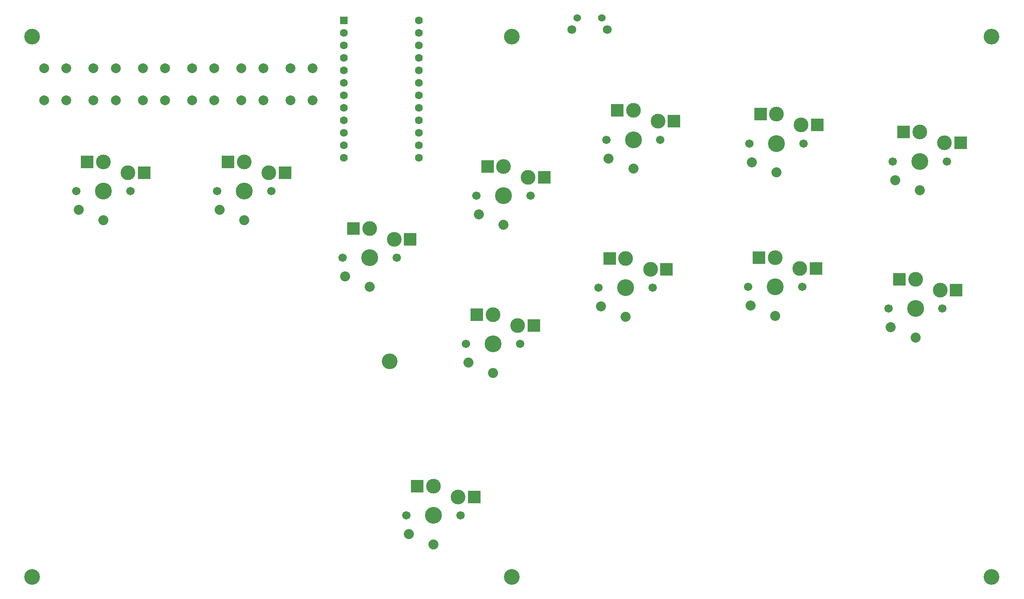
<source format=gbs>
G04 #@! TF.GenerationSoftware,KiCad,Pcbnew,(6.0.6)*
G04 #@! TF.CreationDate,2022-07-21T01:25:26+09:00*
G04 #@! TF.ProjectId,Flatbox-rev1_1-kicad,466c6174-626f-4782-9d72-6576315f312d,1.1*
G04 #@! TF.SameCoordinates,Original*
G04 #@! TF.FileFunction,Soldermask,Bot*
G04 #@! TF.FilePolarity,Negative*
%FSLAX46Y46*%
G04 Gerber Fmt 4.6, Leading zero omitted, Abs format (unit mm)*
G04 Created by KiCad (PCBNEW (6.0.6)) date 2022-07-21 01:25:26*
%MOMM*%
%LPD*%
G01*
G04 APERTURE LIST*
%ADD10C,3.200000*%
%ADD11C,1.600000*%
%ADD12R,1.600000X1.600000*%
%ADD13C,2.000000*%
%ADD14C,1.701800*%
%ADD15C,3.000000*%
%ADD16C,3.429000*%
%ADD17C,2.032000*%
%ADD18R,2.600000X2.600000*%
%ADD19C,1.524000*%
%ADD20C,1.800000*%
G04 APERTURE END LIST*
D10*
X135000000Y-37550000D03*
D11*
X116120000Y-34300000D03*
X116120000Y-36840000D03*
X116120000Y-39380000D03*
X116120000Y-41920000D03*
X116120000Y-44460000D03*
X116120000Y-47000000D03*
X116120000Y-49540000D03*
X116120000Y-52080000D03*
X116120000Y-54620000D03*
X116120000Y-57160000D03*
X116120000Y-59700000D03*
X116120000Y-62240000D03*
X100880000Y-62240000D03*
X100880000Y-59700000D03*
X100880000Y-57160000D03*
X100880000Y-54620000D03*
X100880000Y-52080000D03*
X100880000Y-49540000D03*
X100880000Y-47000000D03*
X100880000Y-44460000D03*
X100880000Y-41920000D03*
X100880000Y-39380000D03*
X100880000Y-36840000D03*
D12*
X100880000Y-34300000D03*
D13*
X70000000Y-50500000D03*
X70000000Y-44000000D03*
X74500000Y-50500000D03*
X74500000Y-44000000D03*
D14*
X165150000Y-58540000D03*
D15*
X159650000Y-52590000D03*
X164650000Y-54790000D03*
D16*
X159650000Y-58540000D03*
D14*
X154150000Y-58540000D03*
D17*
X159650000Y-64440000D03*
D18*
X156375000Y-52590000D03*
D17*
X154650000Y-62340000D03*
D18*
X167925000Y-54790000D03*
D10*
X232450000Y-37550000D03*
D13*
X60000000Y-50500000D03*
X60000000Y-44000000D03*
X64500000Y-44000000D03*
X64500000Y-50500000D03*
D14*
X113540000Y-134920000D03*
X124540000Y-134920000D03*
D15*
X119040000Y-128970000D03*
D16*
X119040000Y-134920000D03*
D15*
X124040000Y-131170000D03*
D17*
X119040000Y-140820000D03*
D18*
X115765000Y-128970000D03*
X127315000Y-131170000D03*
D17*
X114040000Y-138720000D03*
D15*
X217860000Y-56990000D03*
D14*
X212360000Y-62940000D03*
D15*
X222860000Y-59190000D03*
D14*
X223360000Y-62940000D03*
D16*
X217860000Y-62940000D03*
D17*
X217860000Y-68840000D03*
D18*
X214585000Y-56990000D03*
X226135000Y-59190000D03*
D17*
X212860000Y-66740000D03*
D16*
X131140000Y-100060000D03*
D15*
X136140000Y-96310000D03*
X131140000Y-94110000D03*
D14*
X136640000Y-100060000D03*
X125640000Y-100060000D03*
D18*
X127865000Y-94110000D03*
D17*
X131140000Y-105960000D03*
D18*
X139415000Y-96310000D03*
D17*
X126140000Y-103860000D03*
D13*
X50000000Y-50500000D03*
X50000000Y-44000000D03*
X54500000Y-44000000D03*
X54500000Y-50500000D03*
D10*
X110140000Y-103580000D03*
X37550000Y-147450000D03*
D13*
X90000000Y-44000000D03*
X90000000Y-50500000D03*
X94500000Y-44000000D03*
X94500000Y-50500000D03*
D15*
X52000000Y-63050000D03*
D14*
X57500000Y-69000000D03*
D16*
X52000000Y-69000000D03*
D15*
X57000000Y-65250000D03*
D14*
X46500000Y-69000000D03*
D18*
X48725000Y-63050000D03*
D17*
X52000000Y-74900000D03*
X47000000Y-72800000D03*
D18*
X60275000Y-65250000D03*
D16*
X106070000Y-82540000D03*
D15*
X111070000Y-78790000D03*
D14*
X111570000Y-82540000D03*
X100570000Y-82540000D03*
D15*
X106070000Y-76590000D03*
D17*
X106070000Y-88440000D03*
D18*
X102795000Y-76590000D03*
X114345000Y-78790000D03*
D17*
X101070000Y-86340000D03*
D14*
X193990000Y-88460000D03*
X182990000Y-88460000D03*
D15*
X193490000Y-84710000D03*
X188490000Y-82510000D03*
D16*
X188490000Y-88460000D03*
D18*
X185215000Y-82510000D03*
D17*
X188490000Y-94360000D03*
X183490000Y-92260000D03*
D18*
X196765000Y-84710000D03*
D13*
X40000000Y-44000000D03*
X40000000Y-50500000D03*
X44500000Y-50500000D03*
X44500000Y-44000000D03*
D10*
X232450000Y-147450000D03*
D15*
X80620000Y-63050000D03*
D16*
X80620000Y-69000000D03*
D15*
X85620000Y-65250000D03*
D14*
X86120000Y-69000000D03*
X75120000Y-69000000D03*
D17*
X80620000Y-74900000D03*
D18*
X77345000Y-63050000D03*
D17*
X75620000Y-72800000D03*
D18*
X88895000Y-65250000D03*
D10*
X37550000Y-37550000D03*
D15*
X221970000Y-89140000D03*
D14*
X211470000Y-92890000D03*
D15*
X216970000Y-86940000D03*
D14*
X222470000Y-92890000D03*
D16*
X216970000Y-92890000D03*
D18*
X213695000Y-86940000D03*
D17*
X216970000Y-98790000D03*
X211970000Y-96690000D03*
D18*
X225245000Y-89140000D03*
D10*
X135000000Y-147450000D03*
D13*
X80000000Y-50500000D03*
X80000000Y-44000000D03*
X84500000Y-50500000D03*
X84500000Y-44000000D03*
D16*
X158120000Y-88620000D03*
D14*
X163620000Y-88620000D03*
D15*
X163120000Y-84870000D03*
D14*
X152620000Y-88620000D03*
D15*
X158120000Y-82670000D03*
D18*
X154845000Y-82670000D03*
D17*
X158120000Y-94520000D03*
X153120000Y-92420000D03*
D18*
X166395000Y-84870000D03*
D19*
X148250000Y-33750000D03*
X153250000Y-33750000D03*
D20*
X147150000Y-36150000D03*
X154350000Y-36150000D03*
D14*
X138800000Y-69950000D03*
X127800000Y-69950000D03*
D16*
X133300000Y-69950000D03*
D15*
X133300000Y-64000000D03*
X138300000Y-66200000D03*
D18*
X130025000Y-64000000D03*
D17*
X133300000Y-75850000D03*
X128300000Y-73750000D03*
D18*
X141575000Y-66200000D03*
D16*
X188750000Y-59300000D03*
D15*
X188750000Y-53350000D03*
X193750000Y-55550000D03*
D14*
X194250000Y-59300000D03*
X183250000Y-59300000D03*
D17*
X188750000Y-65200000D03*
D18*
X185475000Y-53350000D03*
X197025000Y-55550000D03*
D17*
X183750000Y-63100000D03*
M02*

</source>
